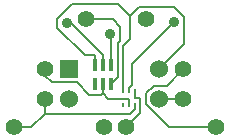
<source format=gtl>
G04 (created by PCBNEW-RS274X (2012-apr-16-27)-stable) date sam. 01 juin 2013 19:50:37 CST*
G01*
G70*
G90*
%MOIN*%
G04 Gerber Fmt 3.4, Leading zero omitted, Abs format*
%FSLAX34Y34*%
G04 APERTURE LIST*
%ADD10C,0.006000*%
%ADD11R,0.060000X0.060000*%
%ADD12C,0.060000*%
%ADD13C,0.055000*%
%ADD14C,0.056000*%
%ADD15R,0.015700X0.041300*%
%ADD16R,0.007100X0.015700*%
%ADD17C,0.035000*%
%ADD18C,0.008000*%
%ADD19C,0.006800*%
G04 APERTURE END LIST*
G54D10*
G54D11*
X54900Y-18300D03*
G54D12*
X57900Y-19300D03*
X57900Y-18300D03*
X54900Y-19300D03*
G54D13*
X53050Y-20250D03*
X56050Y-20250D03*
X59800Y-20250D03*
X56800Y-20250D03*
G54D14*
X57450Y-16650D03*
X55450Y-16650D03*
G54D13*
X54100Y-19300D03*
X54100Y-18300D03*
X58700Y-18300D03*
X58700Y-19300D03*
G54D15*
X55764Y-18185D03*
X56020Y-18185D03*
X56276Y-18185D03*
X56276Y-18815D03*
X56020Y-18815D03*
X55764Y-18815D03*
G54D16*
X56890Y-19516D03*
X57087Y-19516D03*
X57087Y-19044D03*
X56890Y-19044D03*
X56693Y-19044D03*
X56693Y-19516D03*
G54D17*
X54826Y-16770D03*
X58408Y-16721D03*
X56267Y-17138D03*
G54D18*
X56996Y-18821D02*
X56996Y-18133D01*
X56020Y-18185D02*
X56020Y-17829D01*
X56996Y-18133D02*
X58408Y-16721D01*
X54961Y-16770D02*
X54826Y-16770D01*
X56020Y-17829D02*
X54961Y-16770D01*
G54D19*
X56996Y-18821D02*
X56888Y-18929D01*
G54D18*
X56890Y-18937D02*
X56888Y-18935D01*
X56890Y-19044D02*
X56890Y-18937D01*
G54D19*
X56888Y-18929D02*
X56888Y-18935D01*
G54D18*
X57087Y-19108D02*
X57087Y-19080D01*
X57087Y-19044D02*
X57087Y-19080D01*
X56276Y-18185D02*
X56276Y-17147D01*
X56276Y-17147D02*
X56267Y-17138D01*
X57087Y-19108D02*
X57087Y-19265D01*
X57087Y-19265D02*
X57237Y-19265D01*
X57237Y-19265D02*
X57274Y-19302D01*
X57274Y-19302D02*
X57274Y-19776D01*
X57274Y-19776D02*
X56800Y-20250D01*
X56587Y-16892D02*
X56345Y-16650D01*
X56345Y-16650D02*
X55450Y-16650D01*
X56510Y-17451D02*
X56587Y-17374D01*
X56587Y-17374D02*
X56587Y-16892D01*
X56510Y-18581D02*
X56510Y-17451D01*
X57087Y-19635D02*
X56934Y-19788D01*
X57087Y-19516D02*
X57087Y-19635D01*
X54100Y-19300D02*
X54100Y-19788D01*
X53638Y-20250D02*
X53050Y-20250D01*
X56934Y-19788D02*
X54100Y-19788D01*
X54100Y-19788D02*
X53638Y-20250D01*
X56276Y-18815D02*
X56510Y-18581D01*
X57457Y-19483D02*
X58224Y-20250D01*
X58224Y-20250D02*
X59800Y-20250D01*
X57457Y-19117D02*
X57457Y-19483D01*
X57717Y-18857D02*
X57457Y-19117D01*
X58143Y-18857D02*
X57717Y-18857D01*
X58700Y-18300D02*
X58143Y-18857D01*
X56693Y-17528D02*
X56929Y-17292D01*
X56929Y-16534D02*
X56542Y-16147D01*
X56929Y-17292D02*
X56929Y-16534D01*
X54999Y-16147D02*
X54508Y-16638D01*
X56542Y-16147D02*
X54999Y-16147D01*
X54508Y-16638D02*
X54508Y-16934D01*
X55409Y-17835D02*
X55764Y-17835D01*
X54508Y-16934D02*
X55409Y-17835D01*
X55764Y-18185D02*
X55764Y-17835D01*
X57236Y-16227D02*
X56929Y-16534D01*
X58390Y-16227D02*
X57236Y-16227D01*
X58742Y-17458D02*
X58742Y-16579D01*
X58742Y-16579D02*
X58390Y-16227D01*
X57900Y-18300D02*
X58742Y-17458D01*
X56693Y-19044D02*
X56693Y-17528D01*
X56020Y-19118D02*
X56196Y-19294D01*
X56890Y-19516D02*
X56890Y-19294D01*
X56196Y-19294D02*
X56890Y-19294D01*
X56020Y-18815D02*
X56020Y-19095D01*
X54100Y-18520D02*
X54100Y-18300D01*
X54324Y-18744D02*
X54100Y-18520D01*
X55143Y-18744D02*
X54324Y-18744D01*
X55564Y-19165D02*
X55143Y-18744D01*
X55973Y-19165D02*
X55564Y-19165D01*
X56020Y-19118D02*
X55973Y-19165D01*
X57900Y-19300D02*
X58700Y-19300D01*
X56020Y-19095D02*
X56020Y-19118D01*
M02*

</source>
